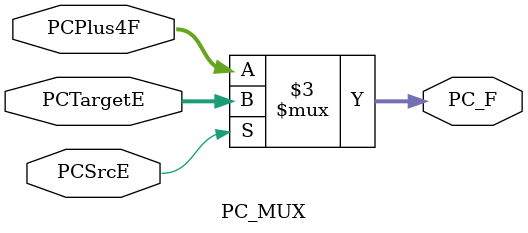
<source format=v>
module  PC_MUX(
    input PCSrcE,  //SELECTOR
    input [31:0]PCTargetE,PCPlus4F,
    output reg[31:0] PC_F
);
always @(*) begin
    if (PCSrcE) begin
        PC_F=PCTargetE;
    end
    else
    begin
      PC_F=PCPlus4F;
    end
end

endmodule

</source>
